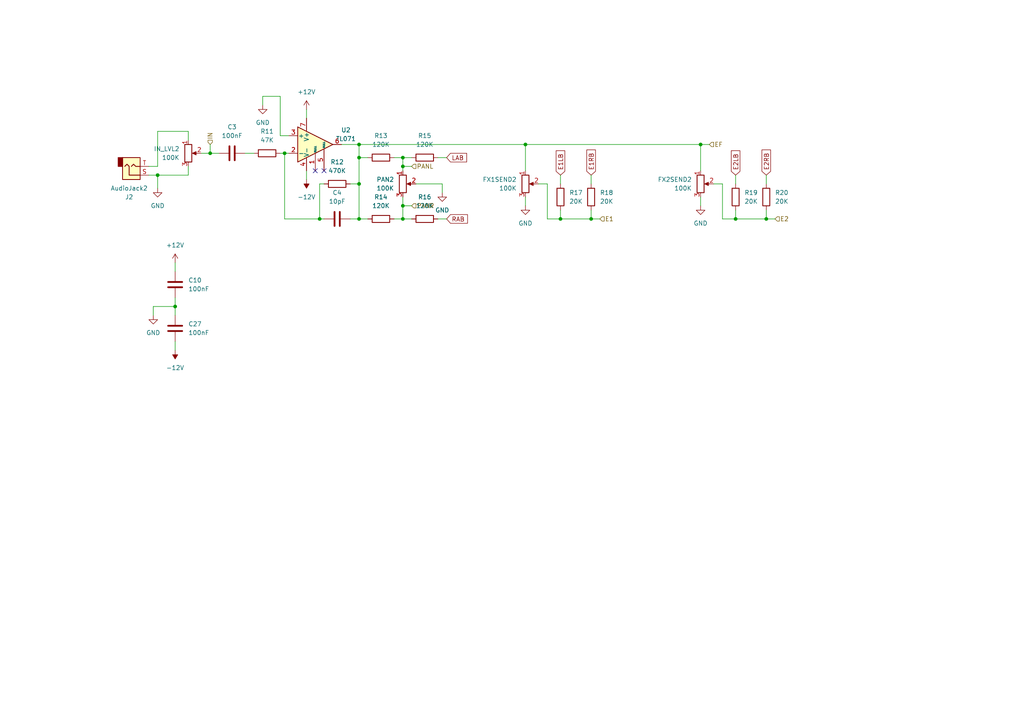
<source format=kicad_sch>
(kicad_sch (version 20230121) (generator eeschema)
  (paper "A4")
  (lib_symbols
    (symbol "Amplifier_Operational:TL071" (pin_names (offset 0.127))
      (property "Reference" "U" (at 0 6.35 0))
      (property "Value" "TL071" (at 0 3.81 0))
      (symbol "TL071_0_1"
        (polyline (pts (xy -5.08 5.08) (xy 5.08 0) (xy -5.08 -5.08) (xy -5.08 5.08)) (stroke (width 0.254)) (fill (type background)))
      )
      (symbol "TL071_1_1"
        (pin input line (at 0 -7.62 90) (length 5.08) (name "NULL") (number "1"))
        (pin input line (at -7.62 -2.54 0) (length 2.54) (name "-") (number "2"))
        (pin input line (at -7.62 2.54 0) (length 2.54) (name "+") (number "3"))
        (pin power_in line (at -2.54 -7.62 90) (length 3.81) (name "V-") (number "4"))
        (pin input line (at 2.54 -7.62 90) (length 6.35) (name "NULL") (number "5"))
        (pin output line (at 7.62 0 180) (length 2.54) (name "~") (number "6"))
        (pin power_in line (at -2.54 7.62 270) (length 3.81) (name "V+") (number "7"))
        (pin no_connect line (at 0 2.54 270) (length 2.54) hide (name "NC") (number "8"))
      )
    )
    (symbol "Connector-github:AudioJack2"
      (property "Reference" "J" (at 0 8.89 0))
      (property "Value" "AudioJack2" (at 0 6.35 0))
      (symbol "AudioJack2_0_1"
        (rectangle (start -3.81 0) (end -2.54 -2.54) (stroke (width 0.254)) (fill (type outline)))
        (rectangle (start -2.54 3.81) (end 2.54 -2.54) (stroke (width 0.254)) (fill (type background)))
        (polyline (pts (xy 0 0) (xy 0.635 -0.635) (xy 1.27 0) (xy 2.54 0)) (stroke (width 0.254)))
        (polyline (pts (xy 2.54 2.54) (xy -0.635 2.54) (xy -0.635 0) (xy -1.27 -0.635) (xy -1.905 0)) (stroke (width 0.254)))
      )
      (symbol "AudioJack2_1_1"
        (pin passive line (at 5.08 2.54 180) (length 2.54) (name "~") (number "S"))
        (pin passive line (at 5.08 0 180) (length 2.54) (name "~") (number "T"))
      )
    )
    (symbol "Device:C" (pin_numbers hide) (pin_names (offset 0.254))
      (property "Reference" "C" (at 0.635 2.54 0))
      (property "Value" "C" (at 0.635 -2.54 0))
      (symbol "C_0_1"
        (polyline (pts (xy -2.032 -0.762) (xy 2.032 -0.762)) (stroke (width 0.508)))
        (polyline (pts (xy -2.032 0.762) (xy 2.032 0.762)) (stroke (width 0.508)))
      )
      (symbol "C_1_1"
        (pin passive line (at 0 3.81 270) (length 2.794) (name "~") (number "1"))
        (pin passive line (at 0 -3.81 90) (length 2.794) (name "~") (number "2"))
      )
    )
    (symbol "Device:R" (pin_numbers hide) (pin_names (offset 0))
      (property "Reference" "R" (at 2.032 0 90))
      (property "Value" "R" (at 0 0 90))
      (symbol "R_0_1"
        (rectangle (start -1.016 -2.54) (end 1.016 2.54) (stroke (width 0.254)))
      )
      (symbol "R_1_1"
        (pin passive line (at 0 3.81 270) (length 1.27) (name "~") (number "1"))
        (pin passive line (at 0 -3.81 90) (length 1.27) (name "~") (number "2"))
      )
    )
    (symbol "Device:R_Potentiometer" (pin_names (offset 1.016) hide)
      (property "Reference" "RV" (at -4.445 0 90))
      (property "Value" "R_Potentiometer" (at -2.54 0 90))
      (symbol "R_Potentiometer_0_1"
        (polyline (pts (xy 2.54 0) (xy 1.524 0)))
        (polyline (pts (xy 1.143 0) (xy 2.286 0.508) (xy 2.286 -0.508) (xy 1.143 0)) (fill (type outline)))
        (rectangle (start 1.016 2.54) (end -1.016 -2.54) (stroke (width 0.254)))
      )
      (symbol "R_Potentiometer_1_1"
        (pin passive line (at 0 3.81 270) (length 1.27) (name "1") (number "1"))
        (pin passive line (at 3.81 0 180) (length 1.27) (name "2") (number "2"))
        (pin passive line (at 0 -3.81 90) (length 1.27) (name "3") (number "3"))
      )
    )
    (symbol "power:+12V" (power) (pin_names (offset 0))
      (property "Value" "+12V" (at 0 3.556 0))
      (symbol "+12V_0_1"
        (polyline (pts (xy -0.762 1.27) (xy 0 2.54)))
        (polyline (pts (xy 0 0) (xy 0 2.54)))
        (polyline (pts (xy 0 2.54) (xy 0.762 1.27)))
      )
      (symbol "+12V_1_1"
        (pin power_in line (at 0 0 90) (length 0) hide (name "+12V") (number "1"))
      )
    )
    (symbol "power:-12V" (power) (pin_names (offset 0))
      (property "Value" "-12V" (at 0 3.81 0))
      (symbol "-12V_0_0"
        (pin power_in line (at 0 0 90) (length 0) hide (name "-12V") (number "1"))
      )
      (symbol "-12V_0_1"
        (polyline (pts (xy 0 0) (xy 0 1.27) (xy 0.762 1.27) (xy 0 2.54) (xy -0.762 1.27) (xy 0 1.27)) (fill (type outline)))
      )
    )
    (symbol "power:GND" (power) (pin_names (offset 0))
      (property "Value" "GND" (at 0 -3.81 0))
      (symbol "GND_0_1"
        (polyline (pts (xy 0 0) (xy 0 -1.27) (xy 1.27 -1.27) (xy 0 -2.54) (xy -1.27 -1.27) (xy 0 -1.27)))
      )
      (symbol "GND_1_1"
        (pin power_in line (at 0 0 270) (length 0) hide (name "GND") (number "1"))
      )
    )
  )
  (junction (at 213.36 63.5))
  (junction (at 104.14 53.34))
  (junction (at 82.55 44.45))
  (junction (at 92.71 63.5))
  (junction (at 116.84 48.26))
  (junction (at 50.8 88.9))
  (junction (at 104.14 63.5))
  (junction (at 104.14 45.72))
  (junction (at 222.25 63.5))
  (junction (at 203.2 41.91))
  (junction (at 162.56 63.5))
  (junction (at 116.84 59.69))
  (junction (at 60.96 44.45))
  (junction (at 152.4 41.91))
  (junction (at 171.45 63.5))
  (junction (at 116.84 63.5))
  (junction (at 116.84 45.72))
  (junction (at 104.14 41.91))
  (junction (at 45.72 50.8))
  (no_connect (at 93.98 49.53))
  (no_connect (at 91.44 49.53))
  (wire (pts (xy 88.9 31.75) (xy 88.9 34.29)))
  (wire (pts (xy 92.71 53.34) (xy 92.71 63.5)))
  (wire (pts (xy 71.12 44.45) (xy 73.66 44.45)))
  (wire (pts (xy 203.2 49.53) (xy 203.2 41.91)))
  (wire (pts (xy 82.55 44.45) (xy 83.82 44.45)))
  (wire (pts (xy 209.55 63.5) (xy 213.36 63.5)))
  (wire (pts (xy 58.42 44.45) (xy 60.96 44.45)))
  (wire (pts (xy 82.55 63.5) (xy 82.55 44.45)))
  (wire (pts (xy 43.18 48.26) (xy 45.72 48.26)))
  (wire (pts (xy 152.4 49.53) (xy 152.4 41.91)))
  (wire (pts (xy 50.8 76.2) (xy 50.8 78.74)))
  (wire (pts (xy 104.14 63.5) (xy 106.68 63.5)))
  (wire (pts (xy 152.4 57.15) (xy 152.4 59.69)))
  (wire (pts (xy 104.14 41.91) (xy 99.06 41.91)))
  (wire (pts (xy 171.45 63.5) (xy 162.56 63.5)))
  (wire (pts (xy 116.84 57.15) (xy 116.84 59.69)))
  (wire (pts (xy 88.9 49.53) (xy 88.9 52.07)))
  (wire (pts (xy 116.84 48.26) (xy 116.84 49.53)))
  (wire (pts (xy 93.98 53.34) (xy 92.71 53.34)))
  (wire (pts (xy 83.82 39.37) (xy 81.28 39.37)))
  (wire (pts (xy 116.84 63.5) (xy 119.38 63.5)))
  (wire (pts (xy 162.56 50.8) (xy 162.56 53.34)))
  (wire (pts (xy 162.56 63.5) (xy 162.56 60.96)))
  (wire (pts (xy 127 63.5) (xy 129.54 63.5)))
  (wire (pts (xy 222.25 63.5) (xy 213.36 63.5)))
  (wire (pts (xy 104.14 45.72) (xy 104.14 41.91)))
  (wire (pts (xy 171.45 50.8) (xy 171.45 53.34)))
  (wire (pts (xy 128.27 53.34) (xy 128.27 55.88)))
  (wire (pts (xy 81.28 44.45) (xy 82.55 44.45)))
  (wire (pts (xy 50.8 86.36) (xy 50.8 88.9)))
  (wire (pts (xy 120.65 53.34) (xy 128.27 53.34)))
  (wire (pts (xy 213.36 50.8) (xy 213.36 53.34)))
  (wire (pts (xy 45.72 38.1) (xy 54.61 38.1)))
  (wire (pts (xy 127 45.72) (xy 129.54 45.72)))
  (wire (pts (xy 116.84 48.26) (xy 119.38 48.26)))
  (wire (pts (xy 45.72 50.8) (xy 54.61 50.8)))
  (wire (pts (xy 152.4 41.91) (xy 203.2 41.91)))
  (wire (pts (xy 54.61 48.26) (xy 54.61 50.8)))
  (wire (pts (xy 93.98 63.5) (xy 92.71 63.5)))
  (wire (pts (xy 203.2 41.91) (xy 205.74 41.91)))
  (wire (pts (xy 104.14 63.5) (xy 104.14 53.34)))
  (wire (pts (xy 104.14 45.72) (xy 106.68 45.72)))
  (wire (pts (xy 171.45 63.5) (xy 173.99 63.5)))
  (wire (pts (xy 158.75 63.5) (xy 162.56 63.5)))
  (wire (pts (xy 203.2 57.15) (xy 203.2 59.69)))
  (wire (pts (xy 209.55 53.34) (xy 209.55 63.5)))
  (wire (pts (xy 207.01 53.34) (xy 209.55 53.34)))
  (wire (pts (xy 116.84 59.69) (xy 116.84 63.5)))
  (wire (pts (xy 156.21 53.34) (xy 158.75 53.34)))
  (wire (pts (xy 44.45 91.44) (xy 44.45 88.9)))
  (wire (pts (xy 171.45 60.96) (xy 171.45 63.5)))
  (wire (pts (xy 44.45 88.9) (xy 50.8 88.9)))
  (wire (pts (xy 116.84 45.72) (xy 116.84 48.26)))
  (wire (pts (xy 222.25 63.5) (xy 224.79 63.5)))
  (wire (pts (xy 104.14 53.34) (xy 104.14 45.72)))
  (wire (pts (xy 43.18 50.8) (xy 45.72 50.8)))
  (wire (pts (xy 213.36 63.5) (xy 213.36 60.96)))
  (wire (pts (xy 114.3 45.72) (xy 116.84 45.72)))
  (wire (pts (xy 45.72 48.26) (xy 45.72 38.1)))
  (wire (pts (xy 45.72 50.8) (xy 45.72 54.61)))
  (wire (pts (xy 114.3 63.5) (xy 116.84 63.5)))
  (wire (pts (xy 50.8 88.9) (xy 50.8 91.44)))
  (wire (pts (xy 76.2 27.94) (xy 76.2 30.48)))
  (wire (pts (xy 92.71 63.5) (xy 82.55 63.5)))
  (wire (pts (xy 50.8 99.06) (xy 50.8 101.6)))
  (wire (pts (xy 101.6 63.5) (xy 104.14 63.5)))
  (wire (pts (xy 158.75 53.34) (xy 158.75 63.5)))
  (wire (pts (xy 116.84 45.72) (xy 119.38 45.72)))
  (wire (pts (xy 152.4 41.91) (xy 104.14 41.91)))
  (wire (pts (xy 81.28 27.94) (xy 76.2 27.94)))
  (wire (pts (xy 222.25 60.96) (xy 222.25 63.5)))
  (wire (pts (xy 101.6 53.34) (xy 104.14 53.34)))
  (wire (pts (xy 54.61 38.1) (xy 54.61 40.64)))
  (wire (pts (xy 60.96 41.91) (xy 60.96 44.45)))
  (wire (pts (xy 116.84 59.69) (xy 119.38 59.69)))
  (wire (pts (xy 60.96 44.45) (xy 63.5 44.45)))
  (wire (pts (xy 81.28 39.37) (xy 81.28 27.94)))
  (wire (pts (xy 222.25 50.8) (xy 222.25 53.34)))
  (global_label "E1RB" (shape input) (at 171.45 50.8 90) (property "Intersheetrefs" "${INTERSHEET_REFS}" (effects hide)))
  (global_label "RAB" (shape input) (at 129.54 63.5 0) (property "Intersheetrefs" "${INTERSHEET_REFS}" (effects hide)))
  (global_label "E2RB" (shape input) (at 222.25 50.8 90) (property "Intersheetrefs" "${INTERSHEET_REFS}" (effects hide)))
  (global_label "E2LB" (shape input) (at 213.36 50.8 90) (property "Intersheetrefs" "${INTERSHEET_REFS}" (effects hide)))
  (global_label "LAB" (shape input) (at 129.54 45.72 0) (property "Intersheetrefs" "${INTERSHEET_REFS}" (effects hide)))
  (global_label "E1LB" (shape input) (at 162.56 50.8 90) (property "Intersheetrefs" "${INTERSHEET_REFS}" (effects hide)))
  (hierarchical_label "PANL" (shape input) (at 119.38 48.26 0))
  (hierarchical_label "E1" (shape input) (at 173.99 63.5 0))
  (hierarchical_label "EF" (shape input) (at 205.74 41.91 0))
  (hierarchical_label "IN" (shape input) (at 60.96 41.91 90))
  (hierarchical_label "PANR" (shape input) (at 119.38 59.69 0))
  (hierarchical_label "E2" (shape input) (at 224.79 63.5 0))
  (symbol (lib_id "Device:R") (at 123.19 63.5 90) (unit 1)
    (property "Reference" "R6" (at 123.19 57.15 90))
    (property "Value" "120K" (at 123.19 59.69 90))
    (property "Footprint" "Library:R_Axial_DIN0207_L6.3mm_D2.5mm_P7.62mm_Horizontal" (effects hide))
    (instances (project "Mixer" (path "" (reference "R16") (unit 1)) (path "" (reference "R6") (unit 1)) (path "" (reference "R26") (unit 1)) (path "" (reference "R36") (unit 1))))
  )
  (symbol (lib_id "power:GND") (at 44.45 91.44 0) (unit 1)
    (property "Reference" "#PWR01" (effects hide))
    (property "Value" "GND" (at 44.45 96.52 0))
    (instances (project "Mixer" (path "" (reference "#PWR089") (unit 1)) (path "" (reference "#PWR090") (unit 1)) (path "" (reference "#PWR091") (unit 1)) (path "" (reference "#PWR092") (unit 1))))
  )
  (symbol (lib_id "Device:R") (at 110.49 63.5 90) (unit 1)
    (property "Reference" "R4" (at 110.49 57.15 90))
    (property "Value" "120K" (at 110.49 59.69 90))
    (property "Footprint" "Library:R_Axial_DIN0207_L6.3mm_D2.5mm_P7.62mm_Horizontal" (effects hide))
    (instances (project "Mixer" (path "" (reference "R14") (unit 1)) (path "" (reference "R4") (unit 1)) (path "" (reference "R24") (unit 1)) (path "" (reference "R34") (unit 1))))
  )
  (symbol (lib_id "Device:R_Potentiometer") (at 203.2 53.34 0) (unit 1) (on_board no)
    (property "Reference" "FX2SEND1" (at 200.66 52.07 0) (effects (justify right)))
    (property "Value" "100K" (at 200.66 54.61 0) (effects (justify right)))
    (instances (project "Mixer" (path "" (reference "FX2SEND2") (unit 1)) (path "" (reference "FX2SEND1") (unit 1)) (path "" (reference "FX2SEND3") (unit 1)) (path "" (reference "FX2SEND4") (unit 1))))
  )
  (symbol (lib_id "power:GND") (at 45.72 54.61 0) (unit 1)
    (property "Reference" "#PWR01" (effects hide))
    (property "Value" "GND" (at 45.72 59.69 0))
    (instances (project "Mixer" (path "" (reference "#PWR08") (unit 1)) (path "" (reference "#PWR01") (unit 1)) (path "" (reference "#PWR015") (unit 1)) (path "" (reference "#PWR022") (unit 1))))
  )
  (symbol (lib_id "power:GND") (at 152.4 59.69 0) (unit 1)
    (property "Reference" "#PWR06" (effects hide))
    (property "Value" "GND" (at 152.4 64.77 0))
    (instances (project "Mixer" (path "" (reference "#PWR013") (unit 1)) (path "" (reference "#PWR06") (unit 1)) (path "" (reference "#PWR020") (unit 1)) (path "" (reference "#PWR027") (unit 1))))
  )
  (symbol (lib_id "Device:R") (at 222.25 57.15 180) (unit 1)
    (property "Reference" "R10" (at 224.79 55.88 0) (effects (justify right)))
    (property "Value" "20K" (at 224.79 58.42 0) (effects (justify right)))
    (property "Footprint" "Library:R_Axial_DIN0207_L6.3mm_D2.5mm_P7.62mm_Horizontal" (effects hide))
    (instances (project "Mixer" (path "" (reference "R20") (unit 1)) (path "" (reference "R10") (unit 1)) (path "" (reference "R30") (unit 1)) (path "" (reference "R40") (unit 1))))
  )
  (symbol (lib_id "power:GND") (at 128.27 55.88 0) (unit 1)
    (property "Reference" "#PWR05" (effects hide))
    (property "Value" "GND" (at 128.27 60.96 0))
    (instances (project "Mixer" (path "" (reference "#PWR012") (unit 1)) (path "" (reference "#PWR05") (unit 1)) (path "" (reference "#PWR019") (unit 1)) (path "" (reference "#PWR026") (unit 1))))
  )
  (symbol (lib_id "Device:R") (at 77.47 44.45 90) (unit 1)
    (property "Reference" "R1" (at 77.47 38.1 90))
    (property "Value" "47K" (at 77.47 40.64 90))
    (property "Footprint" "Library:R_Axial_DIN0207_L6.3mm_D2.5mm_P7.62mm_Horizontal" (effects hide))
    (instances (project "Mixer" (path "" (reference "R11") (unit 1)) (path "" (reference "R1") (unit 1)) (path "" (reference "R21") (unit 1)) (path "" (reference "R31") (unit 1))))
  )
  (symbol (lib_id "Device:R") (at 110.49 45.72 90) (unit 1)
    (property "Reference" "R3" (at 110.49 39.37 90))
    (property "Value" "120K" (at 110.49 41.91 90))
    (property "Footprint" "Library:R_Axial_DIN0207_L6.3mm_D2.5mm_P7.62mm_Horizontal" (effects hide))
    (instances (project "Mixer" (path "" (reference "R13") (unit 1)) (path "" (reference "R3") (unit 1)) (path "" (reference "R23") (unit 1)) (path "" (reference "R33") (unit 1))))
  )
  (symbol (lib_id "Device:R") (at 123.19 45.72 90) (unit 1)
    (property "Reference" "R5" (at 123.19 39.37 90))
    (property "Value" "120K" (at 123.19 41.91 90))
    (property "Footprint" "Library:R_Axial_DIN0207_L6.3mm_D2.5mm_P7.62mm_Horizontal" (effects hide))
    (instances (project "Mixer" (path "" (reference "R15") (unit 1)) (path "" (reference "R5") (unit 1)) (path "" (reference "R25") (unit 1)) (path "" (reference "R35") (unit 1))))
  )
  (symbol (lib_id "Amplifier_Operational:TL071") (at 91.44 41.91 0) (unit 1)
    (property "Reference" "U1" (at 100.33 37.7191 0))
    (property "Value" "TL071" (at 100.33 40.2591 0))
    (property "Footprint" "Package_DIP:DIP-8_W7.62mm_Socket_LongPads" (effects hide))
    (property "Datasheet" "http://www.ti.com/lit/ds/symlink/tl071.pdf" (effects hide))
    (instances (project "Mixer" (path "" (reference "U2") (unit 1)) (path "" (reference "U1") (unit 1)) (path "" (reference "U3") (unit 1)) (path "" (reference "U4") (unit 1))))
  )
  (symbol (lib_id "Device:R_Potentiometer") (at 152.4 53.34 0) (unit 1) (on_board no)
    (property "Reference" "FX1SEND1" (at 149.86 52.07 0) (effects (justify right)))
    (property "Value" "100K" (at 149.86 54.61 0) (effects (justify right)))
    (instances (project "Mixer" (path "" (reference "FX1SEND2") (unit 1)) (path "" (reference "FX1SEND1") (unit 1)) (path "" (reference "FX1SEND3") (unit 1)) (path "" (reference "FX1SEND4") (unit 1))))
  )
  (symbol (lib_id "Device:R") (at 213.36 57.15 180) (unit 1)
    (property "Reference" "R9" (at 215.9 55.88 0) (effects (justify right)))
    (property "Value" "20K" (at 215.9 58.42 0) (effects (justify right)))
    (property "Footprint" "Library:R_Axial_DIN0207_L6.3mm_D2.5mm_P7.62mm_Horizontal" (effects hide))
    (instances (project "Mixer" (path "" (reference "R19") (unit 1)) (path "" (reference "R9") (unit 1)) (path "" (reference "R29") (unit 1)) (path "" (reference "R39") (unit 1))))
  )
  (symbol (lib_id "power:+12V") (at 50.8 76.2 0) (unit 1)
    (property "Reference" "#PWR03" (effects hide))
    (property "Value" "+12V" (at 50.8 71.12 0))
    (instances (project "Mixer" (path "" (reference "#PWR081") (unit 1)) (path "" (reference "#PWR082") (unit 1)) (path "" (reference "#PWR083") (unit 1)) (path "" (reference "#PWR084") (unit 1))))
  )
  (symbol (lib_id "Device:R_Potentiometer") (at 54.61 44.45 0) (unit 1) (on_board no)
    (property "Reference" "IN_LVL1" (at 52.07 43.18 0) (effects (justify right)))
    (property "Value" "100K" (at 52.07 45.72 0) (effects (justify right)))
    (instances (project "Mixer" (path "" (reference "IN_LVL2") (unit 1)) (path "" (reference "IN_LVL1") (unit 1)) (path "" (reference "IN_LVL3") (unit 1)) (path "" (reference "IN_LVL4") (unit 1))))
  )
  (symbol (lib_id "power:-12V") (at 88.9 52.07 180) (unit 1)
    (property "Reference" "#PWR04" (effects hide))
    (property "Value" "-12V" (at 88.9 57.15 0))
    (instances (project "Mixer" (path "" (reference "#PWR011") (unit 1)) (path "" (reference "#PWR04") (unit 1)) (path "" (reference "#PWR018") (unit 1)) (path "" (reference "#PWR025") (unit 1))))
  )
  (symbol (lib_id "Device:R") (at 171.45 57.15 180) (unit 1)
    (property "Reference" "R8" (at 173.99 55.88 0) (effects (justify right)))
    (property "Value" "20K" (at 173.99 58.42 0) (effects (justify right)))
    (property "Footprint" "Library:R_Axial_DIN0207_L6.3mm_D2.5mm_P7.62mm_Horizontal" (effects hide))
    (instances (project "Mixer" (path "" (reference "R18") (unit 1)) (path "" (reference "R8") (unit 1)) (path "" (reference "R28") (unit 1)) (path "" (reference "R38") (unit 1))))
  )
  (symbol (lib_id "Device:C") (at 50.8 95.25 180) (unit 1)
    (property "Reference" "C1" (at 54.61 93.98 0) (effects (justify right)))
    (property "Value" "100nF" (at 54.61 96.52 0) (effects (justify right)))
    (property "Footprint" "Capacitor_THT:C_Disc_D4.7mm_W2.5mm_P5.00mm" (effects hide))
    (instances (project "Mixer" (path "" (reference "C27") (unit 1)) (path "" (reference "C28") (unit 1)) (path "" (reference "C29") (unit 1)) (path "" (reference "C30") (unit 1))))
  )
  (symbol (lib_id "power:GND") (at 76.2 30.48 0) (unit 1)
    (property "Reference" "#PWR02" (effects hide))
    (property "Value" "GND" (at 76.2 35.56 0))
    (instances (project "Mixer" (path "" (reference "#PWR09") (unit 1)) (path "" (reference "#PWR02") (unit 1)) (path "" (reference "#PWR016") (unit 1)) (path "" (reference "#PWR023") (unit 1))))
  )
  (symbol (lib_id "Device:C") (at 67.31 44.45 90) (unit 1)
    (property "Reference" "C1" (at 67.31 36.83 90))
    (property "Value" "100nF" (at 67.31 39.37 90))
    (property "Footprint" "Capacitor_THT:C_Disc_D4.7mm_W2.5mm_P5.00mm" (effects hide))
    (instances (project "Mixer" (path "" (reference "C3") (unit 1)) (path "" (reference "C1") (unit 1)) (path "" (reference "C5") (unit 1)) (path "" (reference "C7") (unit 1))))
  )
  (symbol (lib_id "Device:R") (at 97.79 53.34 90) (unit 1)
    (property "Reference" "R2" (at 97.79 46.99 90))
    (property "Value" "470K" (at 97.79 49.53 90))
    (property "Footprint" "Library:R_Axial_DIN0207_L6.3mm_D2.5mm_P7.62mm_Horizontal" (effects hide))
    (instances (project "Mixer" (path "" (reference "R12") (unit 1)) (path "" (reference "R2") (unit 1)) (path "" (reference "R22") (unit 1)) (path "" (reference "R32") (unit 1))))
  )
  (symbol (lib_id "power:-12V") (at 50.8 101.6 180) (unit 1)
    (property "Reference" "#PWR04" (effects hide))
    (property "Value" "-12V" (at 50.8 106.68 0))
    (instances (project "Mixer" (path "" (reference "#PWR085") (unit 1)) (path "" (reference "#PWR086") (unit 1)) (path "" (reference "#PWR087") (unit 1)) (path "" (reference "#PWR088") (unit 1))))
  )
  (symbol (lib_id "Device:R") (at 162.56 57.15 180) (unit 1)
    (property "Reference" "R7" (at 165.1 55.88 0) (effects (justify right)))
    (property "Value" "20K" (at 165.1 58.42 0) (effects (justify right)))
    (property "Footprint" "Library:R_Axial_DIN0207_L6.3mm_D2.5mm_P7.62mm_Horizontal" (effects hide))
    (instances (project "Mixer" (path "" (reference "R17") (unit 1)) (path "" (reference "R7") (unit 1)) (path "" (reference "R27") (unit 1)) (path "" (reference "R37") (unit 1))))
  )
  (symbol (lib_id "Device:C") (at 97.79 63.5 90) (unit 1)
    (property "Reference" "C2" (at 97.79 55.88 90))
    (property "Value" "10pF" (at 97.79 58.42 90))
    (property "Footprint" "Capacitor_THT:C_Disc_D4.7mm_W2.5mm_P5.00mm" (effects hide))
    (instances (project "Mixer" (path "" (reference "C4") (unit 1)) (path "" (reference "C2") (unit 1)) (path "" (reference "C6") (unit 1)) (path "" (reference "C8") (unit 1))))
  )
  (symbol (lib_id "power:+12V") (at 88.9 31.75 0) (unit 1)
    (property "Reference" "#PWR03" (effects hide))
    (property "Value" "+12V" (at 88.9 26.67 0))
    (instances (project "Mixer" (path "" (reference "#PWR010") (unit 1)) (path "" (reference "#PWR03") (unit 1)) (path "" (reference "#PWR017") (unit 1)) (path "" (reference "#PWR024") (unit 1))))
  )
  (symbol (lib_id "Connector-github:AudioJack2") (at 38.1 48.26 0) (mirror x) (unit 1) (on_board no)
    (property "Reference" "J1" (at 37.465 57.15 0))
    (property "Value" "AudioJack2" (at 37.465 54.61 0))
    (instances (project "Mixer" (path "" (reference "J2") (unit 1)) (path "" (reference "J1") (unit 1)) (path "" (reference "J3") (unit 1)) (path "" (reference "J4") (unit 1))))
  )
  (symbol (lib_id "Device:C") (at 50.8 82.55 180) (unit 1)
    (property "Reference" "C1" (at 54.61 81.28 0) (effects (justify right)))
    (property "Value" "100nF" (at 54.61 83.82 0) (effects (justify right)))
    (property "Footprint" "Capacitor_THT:C_Disc_D4.7mm_W2.5mm_P5.00mm" (effects hide))
    (instances (project "Mixer" (path "" (reference "C10") (unit 1)) (path "" (reference "C11") (unit 1)) (path "" (reference "C12") (unit 1)) (path "" (reference "C13") (unit 1))))
  )
  (symbol (lib_id "power:GND") (at 203.2 59.69 0) (unit 1)
    (property "Reference" "#PWR07" (effects hide))
    (property "Value" "GND" (at 203.2 64.77 0))
    (instances (project "Mixer" (path "" (reference "#PWR014") (unit 1)) (path "" (reference "#PWR07") (unit 1)) (path "" (reference "#PWR021") (unit 1)) (path "" (reference "#PWR028") (unit 1))))
  )
  (symbol (lib_id "Device:R_Potentiometer") (at 116.84 53.34 0) (unit 1) (on_board no)
    (property "Reference" "PAN1" (at 114.3 52.07 0) (effects (justify right)))
    (property "Value" "100K" (at 114.3 54.61 0) (effects (justify right)))
    (instances (project "Mixer" (path "" (reference "PAN2") (unit 1)) (path "" (reference "PAN1") (unit 1)) (path "" (reference "PAN3") (unit 1)) (path "" (reference "PAN4") (unit 1))))
  )
)
</source>
